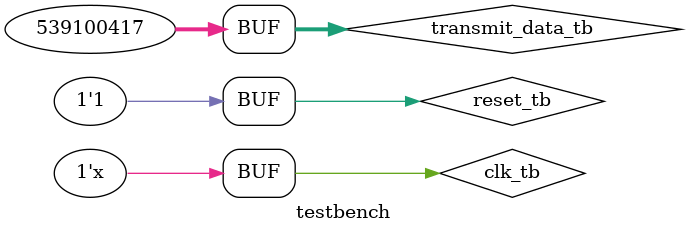
<source format=v>
`timescale 1ns/1ns
module testbench;
reg clk_tb;
reg [31:0] transmit_data_tb;
reg reset_tb;

wire valid_tb;
wire [31:0] data_tb;
wire valid_tb;
wire response_tb;

parameter CLK_HALF_PERIOD1 = 5;
parameter RESET_DELAY = 100;

initial begin
 clk_tb = 0;
end

always #CLK_HALF_PERIOD1 clk_tb = ~clk_tb;

initial begin

 reset_tb = 0;
 #RESET_DELAY reset_tb = 1;

end

initial begin
 #500;
 transmit_data_tb = 32'h20220501;
end

master master_test
 (.clk(clk_tb),
 .reset(reset_tb),
 .ready(ready_tb),
 .response(response_tb),
 .data(transmit_data_tb),
 .dout(data_tb),
 .valid(valid_tb));
 
slave slave_test
 (.clk(clk_tb),
 .reset(reset_tb),
 .valid(ready_tb),
 .data(data_tb),
 .ready(ready_tb),
 .response(response_tb));
endmodule

</source>
